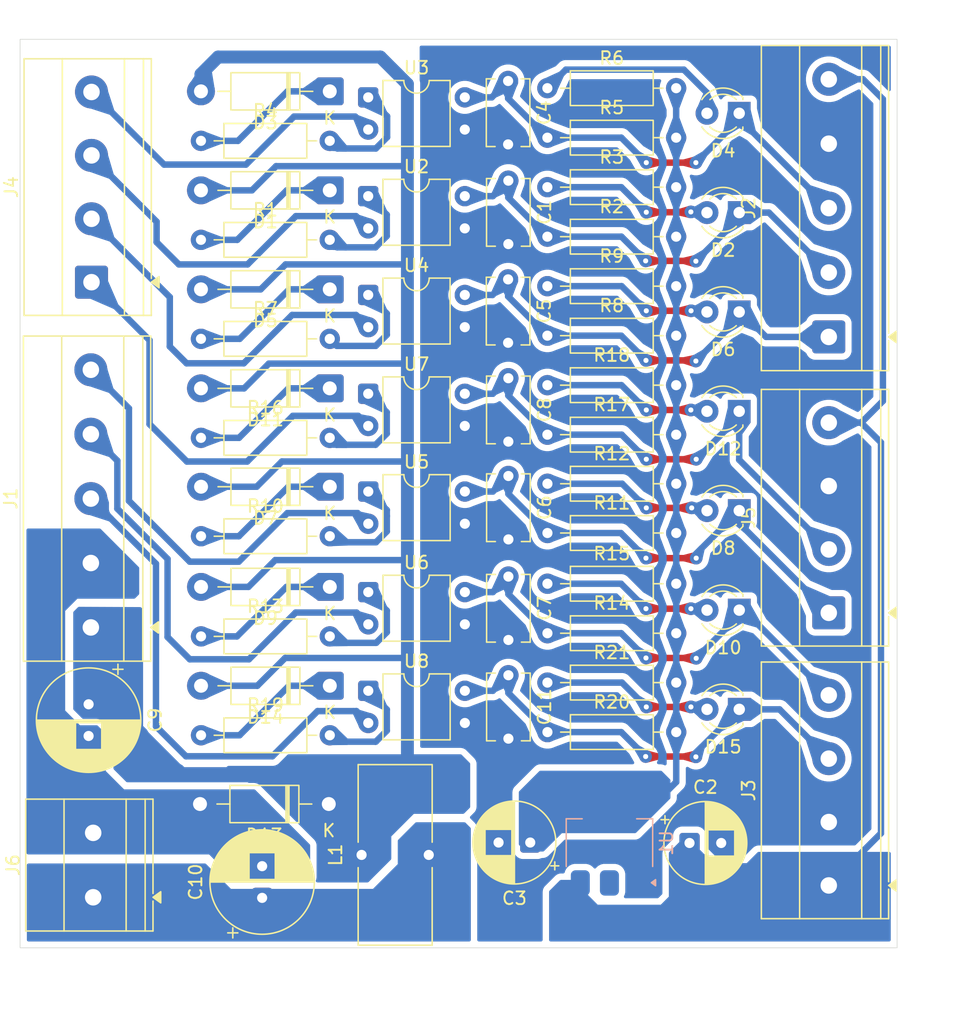
<source format=kicad_pcb>
(kicad_pcb (version 20241229) (generator "pcbnew") (generator_version "9.0")
  (layers (0 "F.Cu" signal) (2 "B.Cu" signal) (13 "F.Paste" user) (15 "B.Paste" user) (5 "F.SilkS" user "F.Silkscreen") (7 "B.SilkS" user "B.Silkscreen") (1 "F.Mask" user) (3 "B.Mask" user) (25 "Edge.Cuts" user))
  (net 0 "")
  (net 1 "ENC_B")
  (net 2 "GND")
  (net 3 "+5V")
  (net 4 "+3V3")
  (net 5 "ENC_A")
  (net 6 "ENC_I")
  (net 7 "SIGNAL_LEFT")
  (net 8 "ENGINE")
  (net 9 "HALL")
  (net 10 "12V_in")
  (net 11 "+12V")
  (net 12 "Net-(D1-K)")
  (net 13 "Net-(D2-A)")
  (net 14 "Net-(D3-K)")
  (net 15 "Net-(D4-A)")
  (net 16 "Net-(D5-K)")
  (net 17 "Net-(D6-A)")
  (net 18 "Net-(D7-K)")
  (net 19 "Net-(D8-A)")
  (net 20 "Net-(D9-K)")
  (net 21 "Net-(D10-A)")
  (net 22 "Net-(D11-K)")
  (net 23 "Net-(D12-A)")
  (net 24 "Net-(R1-Pad2)")
  (net 25 "Net-(R4-Pad2)")
  (net 26 "Net-(R7-Pad2)")
  (net 27 "Net-(R10-Pad2)")
  (net 28 "Net-(R13-Pad2)")
  (net 29 "Net-(R16-Pad2)")
  (net 30 "ENC_B_IN")
  (net 31 "ENC_A_IN")
  (net 32 "ENC_I_IN")
  (net 33 "SIGNAL_LEFT_IN")
  (net 34 "ENGINE_IN")
  (net 35 "HALL_IN")
  (net 36 "TEST")
  (net 37 "Net-(D14-K)")
  (net 38 "Net-(D15-A)")
  (net 39 "Net-(R19-Pad2)")
  (net 40 "TEST_IN")
  (footprint "TerminalBlock_Phoenix:TerminalBlock_Phoenix_MKDS-1,5-5-5.08_1x05_P5.08mm_Horizontal" (layer "F.Cu") (at 70.676878 74.338656 90)
    (property "Reference" "J1")
    (property "Value" "Encoder")
  )
  (footprint "Resistor_THT:R_Axial_DIN0207_L6.3mm_D2.5mm_P10.16mm_Horizontal" (layer "F.Cu") (at 106.694078 35.712856)
    (property "Reference" "R5")
    (property "Value" "10K")
  )
  (footprint "Resistor_THT:R_Axial_DIN0207_L6.3mm_D2.5mm_P10.16mm_Horizontal" (layer "F.Cu") (at 79.364078 43.770548)
    (property "Reference" "R1")
    (property "Value" "2K2")
  )
  (footprint "Resistor_THT:R_Axial_DIN0207_L6.3mm_D2.5mm_P10.16mm_Horizontal" (layer "F.Cu") (at 106.699278 70.8914)
    (property "Reference" "R15")
    (property "Value" "1K")
  )
  (footprint "Capacitor_THT:CP_Radial_D8.0mm_P2.50mm" (layer "F.Cu") (at 84.189678 95.666507 90)
    (property "Reference" "C10")
    (property "Value" "470uF")
  )
  (footprint "Resistor_THT:R_Axial_DIN0207_L6.3mm_D2.5mm_P10.16mm_Horizontal" (layer "F.Cu") (at 106.694078 31.80901)
    (property "Reference" "R6")
    (property "Value" "1K")
  )
  (footprint "LED_THT:LED_D3.0mm" (layer "F.Cu") (at 121.832478 65.126056 180)
    (property "Reference" "D8")
    (property "Value" "LED")
  )
  (footprint "Capacitor_THT:C_Disc_D5.1mm_W3.2mm_P5.00mm" (layer "F.Cu") (at 103.614078 39.104456 -90)
    (property "Reference" "C1")
    (property "Value" "C104")
  )
  (footprint "Diode_THT:D_DO-41_SOD81_P10.16mm_Horizontal" (layer "F.Cu") (at 89.524078 39.866702 180)
    (property "Reference" "D1")
    (property "Value" "1N4007")
  )
  (footprint "Resistor_THT:R_Axial_DIN0207_L6.3mm_D2.5mm_P10.16mm_Horizontal" (layer "F.Cu") (at 106.699278 82.592805)
    (property "Reference" "R20")
    (property "Value" "10K")
  )
  (footprint "Resistor_THT:R_Axial_DIN0207_L6.3mm_D2.5mm_P10.16mm_Horizontal" (layer "F.Cu") (at 106.699278 66.892056)
    (property "Reference" "R11")
    (property "Value" "10K")
  )
  (footprint "Diode_THT:D_DO-41_SOD81_P10.16mm_Horizontal" (layer "F.Cu") (at 89.447478 88.265456 180)
    (property "Reference" "D13")
    (property "Value" "1N4007")
  )
  (footprint "Capacitor_THT:C_Disc_D5.1mm_W3.2mm_P5.00mm" (layer "F.Cu") (at 103.614078 54.68401 -90)
    (property "Reference" "C8")
    (property "Value" "C104")
  )
  (footprint "Package_DIP:DIP-4_W7.62mm" (layer "F.Cu") (at 92.559078 32.53401)
    (property "Reference" "U3")
    (property "Value" "PC817")
  )
  (footprint "Resistor_THT:R_Axial_DIN0207_L6.3mm_D2.5mm_P10.16mm_Horizontal" (layer "F.Cu") (at 106.694078 39.616702)
    (property "Reference" "R3")
    (property "Value" "1K")
  )
  (footprint "TerminalBlock_Phoenix:TerminalBlock_Phoenix_MKDS-1,5-4_1x04_P5.00mm_Horizontal" (layer "F.Cu") (at 70.727678 47.109856 90)
    (property "Reference" "J4")
    (property "Value" "Fulse Sensor")
  )
  (footprint "Diode_THT:D_DO-41_SOD81_P10.16mm_Horizontal" (layer "F.Cu") (at 89.524078 32.05901 180)
    (property "Reference" "D3")
    (property "Value" "1N4007")
  )
  (footprint "Resistor_THT:R_Axial_DIN0207_L6.3mm_D2.5mm_P10.16mm_Horizontal" (layer "F.Cu") (at 79.369278 67.145364)
    (property "Reference" "R10")
    (property "Value" "2K2")
  )
  (footprint "LED_THT:LED_D3.0mm" (layer "F.Cu") (at 121.827278 57.289702 180)
    (property "Reference" "D12")
    (property "Value" "LED")
  )
  (footprint "Resistor_THT:R_Axial_DIN0207_L6.3mm_D2.5mm_P10.16mm_Horizontal" (layer "F.Cu") (at 106.694078 59.135933)
    (property "Reference" "R17")
    (property "Value" "10K")
  )
  (footprint "Resistor_THT:R_Axial_DIN0207_L6.3mm_D2.5mm_P10.16mm_Horizontal" (layer "F.Cu") (at 106.699278 78.688959)
    (property "Reference" "R21")
    (property "Value" "1K")
  )
  (footprint "LED_THT:LED_D3.0mm" (layer "F.Cu") (at 121.827278 49.456369 180)
    (property "Reference" "D6")
    (property "Value" "LED")
  )
  (footprint "Capacitor_THT:CP_Radial_D6.3mm_P2.50mm" (layer "F.Cu") (at 117.907499 91.338856)
    (property "Reference" "C2")
    (property "Value" "220uF")
  )
  (footprint "Resistor_THT:R_Axial_DIN0207_L6.3mm_D2.5mm_P10.16mm_Horizontal" (layer "F.Cu") (at 106.699978 63.005856)
    (property "Reference" "R12")
    (property "Value" "1K")
  )
  (footprint "Capacitor_THT:C_Disc_D5.1mm_W3.2mm_P5.00mm" (layer "F.Cu") (at 103.619278 78.10883 -90)
    (property "Reference" "C11")
    (property "Value" "C104")
  )
  (footprint "Resistor_THT:R_Axial_DIN0207_L6.3mm_D2.5mm_P10.16mm_Horizontal" (layer "F.Cu") (at 106.694078 51.328241)
    (property "Reference" "R8")
    (property "Value" "10K")
  )
  (footprint "Resistor_THT:R_Axial_DIN0207_L6.3mm_D2.5mm_P10.16mm_Horizontal" (layer "F.Cu") (at 79.364078 35.962856)
    (property "Reference" "R4")
    (property "Value" "2K2")
  )
  (footprint "Capacitor_THT:CP_Radial_D6.3mm_P2.50mm" (layer "F.Cu") (at 105.342358 91.301456 180)
    (property "Reference" "C3")
    (property "Value" "220uF")
  )
  (footprint "Diode_THT:D_DO-41_SOD81_P10.16mm_Horizontal" (layer "F.Cu") (at 89.524078 47.674395 180)
    (property "Reference" "D5")
    (property "Value" "1N4007")
  )
  (footprint "Capacitor_THT:CP_Radial_D8.0mm_P2.50mm" (layer "F.Cu") (at 70.499078 80.398456 -90)
    (property "Reference" "C9")
    (property "Value" "1000uF")
  )
  (footprint "Diode_THT:D_DO-41_SOD81_P10.16mm_Horizontal" (layer "F.Cu") (at 89.529278 78.938959 180)
    (property "Reference" "D14")
    (property "Value" "1N4007")
  )
  (footprint "Resistor_THT:R_Axial_DIN0207_L6.3mm_D2.5mm_P10.16mm_Horizontal" (layer "F.Cu") (at 106.694078 43.520548)
    (property "Reference" "R2")
    (property "Value" "10K")
  )
  (footprint "Resistor_THT:R_Axial_DIN0207_L6.3mm_D2.5mm_P10.16mm_Horizontal" (layer "F.Cu") (at 79.369278 75.045246)
    (property "Reference" "R13")
    (property "Value" "2K2")
  )
  (footprint "Package_DIP:DIP-4_W7.62mm" (layer "F.Cu") (at 92.559078 40.325677)
    (property "Reference" "U2")
    (property "Value" "PC817")
  )
  (footprint "Resistor_THT:R_Axial_DIN0207_L6.3mm_D2.5mm_P10.16mm_Horizontal" (layer "F.Cu") (at 106.699278 74.795246)
    (property "Reference" "R14")
    (property "Value" "10K")
  )
  (footprint "Diode_THT:D_DO-41_SOD81_P10.16mm_Horizontal" (layer "F.Cu") (at 89.529278 63.241518 180)
    (property "Reference" "D7")
    (property "Value" "1N4007")
  )
  (footprint "Capacitor_THT:C_Disc_D5.1mm_W3.2mm_P5.00mm" (layer "F.Cu") (at 103.619278 70.327298 -90)
    (property "Reference" "C7")
    (property "Value" "C104")
  )
  (footprint "Resistor_THT:R_Axial_DIN0207_L6.3mm_D2.5mm_P10.16mm_Horizontal" (layer "F.Cu") (at 79.364078 51.578241)
    (property "Reference" "R7")
    (property "Value" "2K2")
  )
  (footprint "Package_DIP:DIP-4_W7.62mm" (layer "F.Cu") (at 92.559078 48.117343)
    (property "Reference" "U4")
    (property "Value" "PC817")
  )
  (footprint "TerminalBlock_Phoenix:TerminalBlock_Phoenix_MKDS-1,5-4_1x04_P5.00mm_Horizontal" (layer "F.Cu") (at 128.894278 94.686656 90)
    (property "Reference" "J3")
    (property "Value" "Fulse Sensor")
  )
  (footprint "Resistor_THT:R_Axial_DIN0207_L6.3mm_D2.5mm_P10.16mm_Horizontal" (layer "F.Cu") (at 106.694078 47.424395)
    (property "Reference" "R9")
    (property "Value" "1K")
  )
  (footprint "Capacitor_THT:C_Disc_D5.1mm_W3.2mm_P5.00mm" (layer "F.Cu") (at 103.595278 31.242456 -90)
    (property "Reference" "C4")
    (property "Value" "C104")
  )
  (footprint "Resistor_THT:R_Axial_DIN0207_L6.3mm_D2.5mm_P10.16mm_Horizontal" (layer "F.Cu") (at 79.364078 59.385933)
    (property "Reference" "R16")
    (property "Value" "2K2")
  )
  (footprint "Capacitor_THT:C_Disc_D5.1mm_W3.2mm_P5.00mm" (layer "F.Cu") (at 103.595278 46.888856 -90)
    (property "Reference" "C5")
    (property "Value" "C104")
  )
  (footprint "Diode_THT:D_DO-41_SOD81_P10.16mm_Horizontal" (layer "F.Cu") (at 89.524078 55.482087 180)
    (property "Reference" "D11")
    (property "Value" "1N4007")
  )
  (footprint "Resistor_THT:R_Axial_DIN0207_L6.3mm_D2.5mm_P10.16mm_Horizontal" (layer "F.Cu") (at 106.694078 55.232087)
    (property "Reference" "R18")
    (property "Value" "1K")
  )
  (footprint "LED_THT:LED_D3.0mm" (layer "F.Cu") (at 121.827278 33.789702 180)
    (property "Reference" "D4")
    (property "Value" "LED")
  )
  (footprint "LED_THT:LED_D3.0mm" (layer "F.Cu") (at 121.827278 41.623035 180)
    (property "Reference" "D2")
    (property "Value" "LED")
  )
  (footprint "LED_THT:LED_D3.0mm" (layer "F.Cu") (at 121.832478 80.797856 180)
    (property "Reference" "D15")
    (property "Value" "LED")
  )
  (footprint "LED_THT:LED_D3.0mm" (layer "F.Cu") (at 121.832478 72.974656 180)
    (property "Reference" "D10")
    (property "Value" "LED")
  )
  (footprint "Inductor_THT:L_Toroid_Vertical_L14.0mm_W5.6mm_P5.30mm_Bourns_5700" (layer "F.Cu") (at 92.034878 92.278656 90)
    (property "Reference" "L1")
    (property "Value" "L")
  )
  (footprint "Package_DIP:DIP-4_W7.62mm" (layer "F.Cu") (at 92.564278 79.33383)
    (property "Reference" "U8")
    (property "Value" "PC817")
  )
  (footprint "TerminalBlock_Phoenix:TerminalBlock_Phoenix_MKDS-1,5-2-5.08_1x02_P5.08mm_Horizontal" (layer "F.Cu") (at 70.860578 95.619456 90)
    (property "Reference" "J6")
    (property "Value" "Screw_Terminal_01x02")
  )
  (footprint "Diode_THT:D_DO-41_SOD81_P10.16mm_Horizontal" (layer "F.Cu") (at 89.529278 71.1414 180)
    (property "Reference" "D9")
    (property "Value" "1N4007")
  )
  (footprint "Capacitor_THT:C_Disc_D5.1mm_W3.2mm_P5.00mm" (layer "F.Cu") (at 103.619278 62.395364 -90)
    (property "Reference" "C6")
    (property "Value" "C104")
  )
  (footprint "TerminalBlock_Phoenix:TerminalBlock_Phoenix_MKDS-1,5-4_1x04_P5.00mm_Horizontal" (layer "F.Cu") (at 128.894278 73.186656 90)
    (property "Reference" "J5")
    (property "Value" "Fulse Sensor 2")
  )
  (footprint "Package_DIP:DIP-4_W7.62mm" (layer "F.Cu") (at 92.564278 63.620364)
    (property "Reference" "U5")
    (property "Value" "PC817")
  )
  (footprint "Package_DIP:DIP-4_W7.62mm" (layer "F.Cu") (at 92.559078 55.90901)
    (property "Reference" "U7")
    (property "Value" "PC817")
  )
  (footprint "Package_DIP:DIP-4_W7.62mm" (layer "F.Cu") (at 92.564278 71.552298)
    (property "Reference" "U6")
    (property "Value" "PC817")
  )
  (footprint "TerminalBlock_Phoenix:TerminalBlock_Phoenix_MKDS-1,5-5-5.08_1x05_P5.08mm_Horizontal" (layer "F.Cu") (at 128.894278 51.426656 90)
    (property "Reference" "J2")
    (property "Value" "Encoder")
  )
  (footprint "Resistor_THT:R_Axial_DIN0207_L6.3mm_D2.5mm_P10.16mm_Horizontal" (layer "F.Cu") (at 79.369278 82.842805)
    (property "Reference" "R19")
    (property "Value" "2K2")
  )
  (footprint "Package_TO_SOT_SMD:SOT-223-3_TabPin2" (layer "B.Cu") (at 111.589878 91.338856 90)
    (property "Reference" "U1")
    (property "Value" "AMS1117-3.3")
  )
  (gr_rect (start 65.094778 27.953856) (end 134.284378 99.607256) (stroke (width 0.05)) (fill no) (layer "Edge.Cuts"))
  (segment (start 118.383978 45.429056) (end 118.409378 45.454456) (width 0.508) (layer "F.Cu") (net 1))
  (segment (start 114.446978 45.429056) (end 118.383978 45.429056) (width 0.508) (layer "F.Cu") (net 1))
  (via (at 118.409378 45.454456) (size 1) (drill 0.4) (layers "F.Cu" "B.Cu") (net 1))
  (via (at 114.446978 45.429056) (size 1) (drill 0.4) (layers "F.Cu" "B.Cu") (net 1))
  (segment (start 100.179078 40.325677) (end 102.392857 40.325677) (width 0.508) (layer "B.Cu") (net 1))
  (segment (start 103.614078 40.440548) (end 106.694078 43.520548) (width 0.508) (layer "B.Cu") (net 1))
  (segment (start 102.392857 40.325677) (end 103.614078 39.104456) (width 0.508) (layer "B.Cu") (net 1))
  (segment (start 118.409378 45.454456) (end 121.827278 42.036556) (width 0.508) (layer "B.Cu") (net 1))
  (segment (start 112.53847 43.520548) (end 114.446978 45.429056) (width 0.508) (layer "B.Cu") (net 1))
  (segment (start 103.614078 39.104456) (end 103.614078 40.440548) (width 0.508) (layer "B.Cu") (net 1))
  (segment (start 121.827278 42.036556) (end 121.827278 41.623035) (width 0.508) (layer "B.Cu") (net 1))
  (segment (start 106.694078 43.520548) (end 112.53847 43.520548) (width 0.508) (layer "B.Cu") (net 1))
  (segment (start 121.827278 41.623035) (end 124.170657 41.623035) (width 0.508) (layer "B.Cu") (net 1))
  (segment (start 124.170657 41.623035) (end 128.894278 46.346656) (width 0.508) (layer "B.Cu") (net 1))
  (segment (start 98.343378 42.863656) (end 98.343378 50.661456) (width 0.508) (layer "B.Cu") (net 2))
  (segment (start 121.982278 29.274656) (end 100.045178 29.274656) (width 0.508) (layer "B.Cu") (net 2))
  (segment (start 102.842358 91.301456) (end 102.842358 92.523836) (width 0.508) (layer "B.Cu") (net 2))
  (segment (start 98.843224 35.07401) (end 98.343378 35.573856) (width 0.508) (layer "B.Cu") (net 2))
  (segment (start 100.179078 42.865677) (end 102.375299 42.865677) (width 0.508) (layer "B.Cu") (net 2))
  (segment (start 69.721978 82.898456) (end 70.499078 82.898456) (width 0.508) (layer "B.Cu") (net 2))
  (segment (start 124.164378 89.686656) (end 128.894278 89.686656) (width 0.508) (layer "B.Cu") (net 2))
  (segment (start 67.863378 81.039856) (end 69.721978 82.898456) (width 0.508) (layer "B.Cu") (net 2))
  (segment (start 98.343378 80.03293) (end 100.184278 81.87383) (width 0.508) (layer "B.Cu") (net 2))
  (segment (start 100.045178 29.274656) (end 98.317978 31.001856) (width 0.508) (layer "B.Cu") (net 2))
  (segment (start 128.894278 63.186656) (end 131.743378 66.035756) (width 0.508) (layer "B.Cu") (net 2))
  (segment (start 100.184278 81.87383) (end 102.384278 81.87383) (width 0.508) (layer "B.Cu") (net 2))
  (segment (start 126.395778 89.686656) (end 128.894278 89.686656) (width 0.508) (layer "B.Cu") (net 2))
  (segment (start 102.842358 91.301456) (end 102.842358 83.88575) (width 0.508) (layer "B.Cu") (net 2))
  (segment (start 99.088132 35.07401) (end 100.179078 35.07401) (width 0.508) (layer "B.Cu") (net 2))
  (segment (start 113.561378 91.682456) (end 113.889878 92.010956) (width 0.508) (layer "B.Cu") (net 2))
  (segment (start 113.889878 94.488856) (end 113.889878 92.010956) (width 0.508) (layer "B.Cu") (net 2))
  (segment (start 102.384278 81.87383) (end 103.619278 83.10883) (width 0.508) (layer "B.Cu") (net 2))
  (segment (start 102.379078 58.44901) (end 103.614078 59.68401) (width 0.508) (layer "B.Cu") (net 2))
  (segment (start 98.348286 66.160364) (end 98.343378 66.155456) (width 0.508) (layer "B.Cu") (net 2))
  (segment (start 102.363765 50.657343) (end 103.595278 51.888856) (width 0.508) (layer "B.Cu") (net 2))
  (segment (start 100.184278 66.160364) (end 98.348286 66.160364) (width 0.508) (layer "B.Cu") (net 2))
  (segment (start 70.499078 82.898456) (end 70.499078 85.326556) (width 0.508) (layer "B.Cu") (net 2))
  (segment (start 98.343378 66.155456) (end 98.343378 74.105656) (width 0.508) (layer "B.Cu") (net 2))
  (segment (start 98.317978 31.001856) (end 98.317978 34.303856) (width 0.508) (layer "B.Cu") (net 2))
  (segment (start 102.842358 83.88575) (end 103.619278 83.10883) (width 0.508) (layer "B.Cu") (net 2))
  (segment (start 70.676878 69.258656) (end 67.863378 72.072156) (width 0.508) (layer "B.Cu") (net 2))
  (segment (start 113.889878 92.010956) (end 117.494978 88.405856) (width 0.508) (layer "B.Cu") (net 2))
  (segment (start 98.317978 34.303856) (end 99.088132 35.07401) (width 0.508) (layer "B.Cu") (net 2))
  (segment (start 100.184278 66.160364) (end 102.384278 66.160364) (width 0.508) (layer "B.Cu") (net 2))
  (segment (start 98.343378 74.105656) (end 98.343378 80.03293) (width 0.508) (layer "B.Cu") (net 2))
  (segment (start 98.343378 58.459256) (end 98.343378 66.155456) (width 0.508) (layer "B.Cu") (net 2))
  (segment (start 106.268178 93.333456) (end 107.919178 91.682456) (width 0.508) (layer "B.Cu") (net 2))
  (segment (start 84.188529 93.166507) (end 84.189678 93.166507) (width 0.508) (layer "B.Cu") (net 2))
  (segment (start 70.499078 85.326556) (end 73.437978 88.265456) (width 0.508) (layer "B.Cu") (net 2))
  (segment (start 100.179078 35.07401) (end 102.426832 35.07401) (width 0.508) (layer "B.Cu") (net 2))
  (segment (start 98.347491 50.657343) (end 98.343378 50.661456) (width 0.508) (layer "B.Cu") (net 2))
  (segment (start 100.179078 58.44901) (end 98.353624 58.44901) (width 0.508) (layer "B.Cu") (net 2))
  (segment (start 70.860578 90.539456) (end 70.860578 83.259956) (width 0.508) (layer "B.Cu") (net 2))
  (segment (start 102.426832 35.07401) (end 103.595278 36.242456) (width 0.508) (layer "B.Cu") (net 2))
  (segment (start 100.179078 42.865677) (end 98.345399 42.865677) (width 0.508) (layer "B.Cu") (net 2))
  (segment (start 100.179078 58.44901) (end 102.379078 58.44901) (width 0.508) (layer "B.Cu") (net 2))
  (segment (start 73.437978 88.265456) (end 79.287478 88.265456) (width 0.508) (layer "B.Cu") (net 2))
  (segment (start 102.384278 66.160364) (end 103.619278 67.395364) (width 0.508) (layer "B.Cu") (net 2))
  (segment (start 98.343378 35.573856) (end 98.343378 42.863656) (width 0.508) (layer "B.Cu") (net 2))
  (segment (start 102.375299 42.865677) (end 103.614078 44.104456) (width 0.508) (layer "B.Cu") (net 2))
  (segment (start 98.353624 58.44901) (end 98.343378 58.459256) (width 0.508) (layer "B.Cu") (net 2))
  (segment (start 131.743378 86.837556) (end 128.894278 89.686656) (width 0.508) (layer "B.Cu") (net 2))
  (segment (start 100.184278 74.092298) (end 98.356736 74.092298) (width 0.508) (layer "B.Cu") (net 2))
  (segment (start 103.651978 93.333456) (end 106.268178 93.333456) (width 0.508) (layer "B.Cu") (net 2))
  (segment (start 117.494978 88.405856) (end 125.114978 88.405856) (width 0.508) (layer "B.Cu") (net 2))
  (segment (start 120.407499 91.338856) (end 122.512178 91.338856) (width 0.508) (layer "B.Cu") (net 2))
  (segment (start 122.512178 91.338856) (end 124.164378 89.686656) (width 0.508) (layer "B.Cu") (net 2))
  (segment (start 70.860578 83.259956) (end 70.499078 82.898456) (width 0.508) (layer "B.Cu") (net 2))
  (segment (start 67.863378 72.072156) (end 67.863378 81.039856) (width 0.508) (layer "B.Cu") (net 2))
  (segment (start 102.842358 92.523836) (end 103.651978 93.333456) (width 0.508) (layer "B.Cu") (net 2))
  (segment (start 100.179078 50.657343) (end 98.347491 50.657343) (width 0.508) (layer "B.Cu") (net 2))
  (segment (start 100.179078 35.07401) (end 98.843224 35.07401) (width 0.508) (layer "B.Cu") (net 2))
  (segment (start 79.287478 88.265456) (end 84.188529 93.166507) (width 0.508) (layer "B.Cu") (net 2))
  (segment (start 100.179078 50.657343) (end 102.363765 50.657343) (width 0.508) (layer "B.Cu") (net 2))
  (segment (start 128.894278 36.186656) (end 121.982278 29.274656) (width 0.508) (layer "B.Cu") (net 2))
  (segment (start 107.919178 91.682456) (end 113.561378 91.682456) (width 0.508) (layer "B.Cu") (net 2))
  (segment (start 125.114978 88.405856) (end 126.395778 89.686656) (width 0.508) (layer "B.Cu") (net 2))
  (segment (start 98.343378 50.661456) (end 98.343378 58.459256) (width 0.508) (layer "B.Cu") (net 2))
  (segment (start 100.184278 74.092298) (end 102.384278 74.092298) (width 0.508) (layer "B.Cu") (net 2))
  (segment (start 98.345399 42.865677) (end 98.343378 42.863656) (width 0.508) (layer "B.Cu") (net 2))
  (segment (start 98.356736 74.092298) (end 98.343378 74.105656) (width 0.508) (layer "B.Cu") (net 2))
  (segment (start 131.743378 66.035756) (end 131.743378 86.837556) (width 0.508) (layer "B.Cu") (net 2))
  (segment (start 102.384278 74.092298) (end 103.619278 75.327298) (width 0.508) (layer "B.Cu") (net 2))
  (segment (start 133.014378 59.754656) (end 133.014378 90.566556) (width 0.508) (layer "B.Cu") (net 3))
  (segment (start 131.446378 58.186656) (end 133.014378 59.754656) (width 0.508) (layer "B.Cu") (net 3))
  (segment (start 128.894278 31.106656) (end 131.595178 31.106656) (width 0.508) (layer "B.Cu") (net 3))
  (segment (start 109.289878 94.488856) (end 109.289878 96.228156) (width 0.508) (layer "B.Cu") (net 3))
  (segment (start 117.187578 96.940256) (end 117.977578 96.150256) (width 0.508) (layer "B.Cu") (net 3))
  (segment (start 133.014378 90.566556) (end 128.894278 94.686656) (width 0.508) (layer "B.Cu") (net 3))
  (segment (start 127.097878 96.483056) (end 128.894278 94.686656) (width 0.508) (layer "B.Cu") (net 3))
  (segment (start 117.977578 96.150256) (end 118.310378 96.483056) (width 0.508) (layer "B.Cu") (net 3))
  (segment (start 118.310378 96.483056) (end 127.097878 96.483056) (width 0.508) (layer "B.Cu") (net 3))
  (segment (start 131.458178 58.186656) (end 128.894278 58.186656) (width 0.508) (layer "B.Cu") (net 3))
  (segment (start 117.907499 96.080177) (end 117.977578 96.150256) (width 0.508) (layer "B.Cu") (net 3))
  (segment (start 117.907499 91.338856) (end 117.907499 96.080177) (width 0.508) (layer "B.Cu") (net 3))
  (segment (start 110.001978 96.940256) (end 117.187578 96.940256) (width 0.508) (layer "B.Cu") (net 3))
  (segment (start 133.166778 56.478056) (end 131.458178 58.186656) (width 0.508) (layer "B.Cu") (net 3))
  (segment (start 133.166778 32.678256) (end 133.166778 56.478056) (width 0.508) (layer "B.Cu") (net 3))
  (segment (start 128.894278 58.186656) (end 131.446378 58.186656) (width 0.508) (layer "B.Cu") (net 3))
  (segment (start 131.595178 31.106656) (end 133.166778 32.678256) (width 0.508) (layer "B.Cu") (net 3))
  (segment (start 109.289878 96.228156) (end 110.001978 96.940256) (width 0.508) (layer "B.Cu") (net 3))
  (segment (start 116.859278 70.8914) (end 116.859278 74.795246) (width 0.508) (layer "B.Cu") (net 4))
  (segment (start 105.342358 91.301456) (end 105.342358 89.788876) (width 0.508) (layer "B.Cu") (net 4))
  (segment (start 116.854078 51.328241) (end 116.854078 55.232087) (width 0.508) (layer "B.Cu") (net 4))
  (segment (start 116.859278 82.592805) (end 116.859278 86.526956) (width 0.508) (layer "B.Cu") (net 4))
  (segment (start 116.859278 66.892056) (end 116.859278 70.8914) (width 0.508) (layer "B.Cu") (net 4))
  (segment (start 116.854078 31.80901) (end 116.854078 35.712856) (width 0.508) (layer "B.Cu") (net 4))
  (segment (start 116.859978 66.891356) (end 116.859278 66.892056) (width 0.508) (layer "B.Cu") (net 4))
  (segment (start 116.859278 86.526956) (end 115.197378 88.188856) (width 0.508) (layer "B.Cu") (net 4))
  (segment (start 116.859978 63.005856) (end 116.859978 66.891356) (width 0.508) (layer "B.Cu") (net 4))
  (segment (start 116.854078 62.999956) (end 116.859978 63.005856) (width 0.508) (layer "B.Cu") (net 4))
  (segment (start 116.854078 47.424395) (end 116.854078 51.328241) (width 0.508) (layer "B.Cu") (net 4))
  (segment (start 116.854078 55.232087) (end 116.854078 59.135933) (width 0.508) (layer "B.Cu") (net 4))
  (segment (start 116.859278 74.795246) (end 116.859278 78.688959) (width 0.508) (layer "B.Cu") (net 4))
  (segment (start 116.854078 35.712856) (end 116.854078 39.616702) (width 0.508) (layer "B.Cu") (net 4))
  (segment (start 116.854078 39.616702) (end 116.854078 43.520548) (width 0.508) (layer "B.Cu") (net 4))
  (segment (start 115.197378 88.188856) (end 111.589878 88.188856) (width 0.508) (layer "B.Cu") (net 4))
  (segment (start 116.854078 59.135933) (end 116.854078 62.999956) (width 0.508) (layer "B.Cu") (net 4))
  (segment (start 116.854078 43.520548) (end 116.854078 47.424395) (width 0.508) (layer "B.Cu") (net 4))
  (segment (start 116.859278 78.688959) (end 116.859278 82.592805) (width 0.508) (layer "B.Cu") (net 4))
  (segment (start 105.342358 89.788876) (end 106.942378 88.188856) (width 0.508) (layer "B.Cu") (net 4))
  (segment (start 106.942378 88.188856) (end 111.589878 88.188856) (width 0.508) (layer "B.Cu") (net 4))
  (segment (start 118.409378 37.682056) (end 114.497778 37.682056) (width 0.508) (layer "F.Cu") (net 5))
  (via (at 118.409378 37.682056) (size 1) (drill 0.4) (layers "F.Cu" "B.Cu") (net 5))
  (via (at 114.497778 37.682056) (size 1) (drill 0.4) (layers "F.Cu" "B.Cu") (net 5))
  (segment (start 112.528578 35.712856) (end 114.497778 37.682056) (width 0.508) (layer "B.Cu") (net 5))
  (segment (start 118.409378 37.682056) (end 121.827278 34.264156) (width 0.508) (layer "B.Cu") (net 5))
  (segment (start 121.827278 34.199656) (end 128.894278 41.266656) (width 0.508) (layer "B.Cu") (net 5))
  (segment (start 100.179078 32.53401) (end 102.303724 32.53401) (width 0.508) (layer "B.Cu") (net 5))
  (segment (start 103.595278 31.242456) (end 103.595278 32.614056) (width 0.508) (layer "B.Cu") (net 5))
  (segment (start 103.595278 32.614056) (end 106.694078 35.712856) (width 0.508) (layer "B.Cu") (net 5))
  (segment (start 121.827278 33.789702) (end 121.827278 34.199656) (width 0.508) (layer "B.Cu") (net 5))
  (segment (start 121.827278 34.264156) (end 121.827278 33.789702) (width 0.508) (layer "B.Cu") (net 5))
  (segment (start 102.303724 32.53401) (end 103.595278 31.242456) (width 0.508) (layer "B.Cu") (net 5))
  (segment (start 106.694078 35.712856) (end 112.528578 35.712856) (width 0.508) (layer "B.Cu") (net 5))
  (segment (start 114.472378 53.277656) (end 118.358578 53.277656) (width 0.508) (layer "F.Cu") (net 6))
  (segment (start 118.358578 53.277656) (end 118.409378 53.328456) (width 0.508) (layer "F.Cu") (net 6))
  (via (at 118.409378 53.328456) (size 1) (drill 0.4) (layers "F.Cu" "B.Cu") (net 6))
  (via (at 114.472378 53.277656) (size 1) (drill 0.4) (layers "F.Cu" "B.Cu") (net 6))
  (segment (start 102.366791 48.117343) (end 103.595278 46.888856) (width 0.508) (layer "B.Cu") (net 6))
  (segment (start 100.179078 48.117343) (end 102.366791 48.117343) (width 0.508) (layer "B.Cu") (net 6))
  (segment (start 118.409378 53.328456) (end 121.827278 49.910556) (width 0.508) (layer "B.Cu") (net 6))
  (segment (start 112.522963 51.328241) (end 114.472378 53.277656) (width 0.508) (layer "B.Cu") (net 6))
  (segment (start 121.827278 49.456369) (end 121.976665 49.456369) (width 0.508) (layer "B.Cu") (net 6))
  (segment (start 121.827278 49.910556) (end 121.827278 49.456369) (width 0.508) (layer "B.Cu") (net 6))
  (segment (start 121.976665 49.456369) (end 123.946952 51.426656) (width 0.508) (layer "B.Cu") (net 6))
  (segment (start 103.595278 46.888856) (end 103.595278 48.229441) (width 0.508) (layer "B.Cu") (net 6))
  (segment (start 123.946952 51.426656) (end 128.894278 51.426656) (width 0.508) (layer "B.Cu") (net 6))
  (segment (start 103.595278 48.229441) (end 106.694078 51.328241) (width 0.508) (layer "B.Cu") (net 6))
  (segment (start 106.694078 51.328241) (end 112.522963 51.328241) (width 0.508) (layer "B.Cu") (net 6))
  (segment (start 114.472378 68.873256) (end 118.434778 68.873256) (width 0.508) (layer "F.Cu") (net 7))
  (via (at 114.472378 68.873256) (size 1) (drill 0.4) (layers "F.Cu" "B.Cu") (net 7))
  (via (at 118.434778 68.873256) (size 1) (drill 0.4) (layers "F.Cu" "B.Cu") (net 7))
  (segment (start 106.699278 66.892056) (end 112.491178 66.892056) (width 0.508) (layer "B.Cu") (net 7))
  (segment (start 121.832478 66.124856) (end 128.894278 73.186656) (width 0.508) (layer "B.Cu") (net 7))
  (segment (start 118.434778 68.523756) (end 121.832478 65.126056) (width 0.508) (layer "B.Cu") (net 7))
  (segment (start 103.619278 63.812056) (end 106.699278 66.892056) (width 0.508) (layer "B.Cu") (net 7))
  (segment (start 103.619278 62.395364) (end 103.619278 63.812056) (width 0.508) (layer "B.Cu") (net 7))
  (segment (start 112.491178 66.892056) (end 114.472378 68.873256) (width 0.508) (layer "B.Cu") (net 7))
  (segment (start 121.832478 65.126056) (end 121.832478 66.124856) (width 0.508) (layer "B.Cu") (net 7))
  (segment (start 102.394278 63.620364) (end 103.619278 62.395364) (width 0.508) (layer "B.Cu") (net 7))
  (segment (start 118.434778 68.873256) (end 118.434778 68.523756) (width 0.508) (layer "B.Cu") (net 7))
  (segment (start 100.184278 63.620364) (end 102.394278 63.620364) (width 0.508) (layer "B.Cu") (net 7))
  (segment (start 114.472378 76.747256) (end 118.409378 76.747256) (width 0.508) (layer "F.Cu") (net 8))
  (segment (start 118.409378 76.747256) (end 118.434778 76.772656) (width 0.508) (layer "F.Cu") (net 8))
  (via (at 114.472378 76.747256) (size 1) (drill 0.4) (layers "F.Cu" "B.Cu") (net 8))
  (via (at 118.434778 76.772656) (size 1) (drill 0.4) (layers "F.Cu" "B.Cu") (net 8))
  (segment (start 122.182278 72.974656) (end 128.894278 79.686656) (width 0.508) (layer "B.Cu") (net 8))
  (segment (start 118.434778 76.772656) (end 121.832478 73.374956) (width 0.508) (layer "B.Cu") (net 8))
  (segment (start 121.832478 73.374956) (end 121.832478 72.974656) (width 0.508) (layer "B.Cu") (net 8))
  (segment (start 102.394278 71.552298) (end 103.619278 70.327298) (width 0.508) (layer "B.Cu") (net 8))
  (segment (start 100.184278 71.552298) (end 102.394278 71.552298) (width 0.508) (layer "B.Cu") (net 8))
  (segment (start 112.520368 74.795246) (end 114.472378 76.747256) (width 0.508) (layer "B.Cu") (net 8))
  (segment (start 106.699278 74.795246) (end 112.520368 74.795246) (width 0.508) (layer "B.Cu") (net 8))
  (segment (start 103.619278 71.715246) (end 106.699278 74.795246) (width 0.508) (layer "B.Cu") (net 8))
  (segment (start 121.832478 72.974656) (end 122.182278 72.974656) (width 0.508) (layer "B.Cu") (net 8))
  (segment (start 103.619278 70.327298) (end 103.619278 71.715246) (width 0.508) (layer "B.Cu") (net 8))
  (segment (start 114.497778 61.075456) (end 118.434778 61.075456) (width 0.508) (layer "F.Cu") (net 9))
  (via (at 114.497778 61.075456) (size 1) (drill 0.4) (layers "F.Cu" "B.Cu") (net 9))
  (via (at 118.434778 61.075456) (size 1) (drill 0.4) (layers "F.Cu" "B.Cu") (net 9))
  (segment (start 121.827278 61.119656) (end 128.894278 68.186656) (width 0.508) (layer "B.Cu") (net 9))
  (segment (start 100.179078 55.90901) (end 102.389078 55.90901) (width 0.508) (layer "B.Cu") (net 9))
  (segment (start 121.827278 57.708356) (end 121.827278 57.289702) (width 0.508) (layer "B.Cu") (net 9))
  (segment (start 121.827278 57.289702) (end 121.827278 61.119656) (width 0.508) (layer "B.Cu") (net 9))
  (segment (start 118.434778 61.075456) (end 118.460178 61.075456) (width 0.508) (layer "B.Cu") (net 9))
  (segment (start 103.614078 56.055933) (end 106.694078 59.135933) (width 0.508) (layer "B.Cu") (net 9))
  (segment (start 106.694078 59.135933) (end 112.558255 59.135933) (width 0.508) (layer "B.Cu") (net 9))
  (segment (start 112.558255 59.135933) (end 114.497778 61.075456) (width 0.508) (layer "B.Cu") (net 9))
  (segment (start 118.460178 61.075456) (end 121.827278 57.708356) (width 0.508) (layer "B.Cu") (net 9))
  (segment (start 102.389078 55.90901) (end 103.614078 54.68401) (width 0.508) (layer "B.Cu") (net 9))
  (segment (start 103.614078 54.68401) (end 103.614078 56.055933) (width 0.508) (layer "B.Cu") (net 9))
  (segment (start 70.907629 95.666507) (end 70.860578 95.619456) (width 0.508) (layer "B.Cu") (net 10))
  (segment (start 93.947027 95.666507) (end 84.189678 95.666507) (width 0.508) (layer "B.Cu") (net 10))
  (segment (start 84.189678 95.666507) (end 70.907629 95.666507) (width 0.508) (layer "B.Cu") (net 10))
  (segment (start 97.334878 92.278656) (end 93.947027 95.666507) (width 0.508) (layer "B.Cu") (net 10))
  (segment (start 70.499078 80.398456) (end 71.895578 80.398456) (width 0.508) (layer "B.Cu") (net 11))
  (segment (start 79.364078 55.482087) (end 82.767913 55.482087) (width 0.508) (layer "B.Cu") (net 11))
  (segment (start 95.650978 45.708456) (end 95.650978 53.531656) (width 1.016) (layer "B.Cu") (net 11))
  (segment (start 71.895578 80.398456) (end 77.667778 86.170656) (width 0.508) (layer "B.Cu") (net 11))
  (segment (start 83.383298 39.866702) (end 85.288544 37.961456) (width 0.508) (layer "B.Cu") (net 11))
  (segment (start 79.369278 78.938959) (end 83.811041 78.938959) (width 0.508) (layer "B.Cu") (net 11))
  (segment (start 86.041544 45.708456) (end 95.650978 45.708456) (width 0.508) (layer "B.Cu") (net 11))
  (segment (start 80.715778 29.350856) (end 93.517378 29.350856) (width 1.016) (layer "B.Cu") (net 11))
  (segment (start 95.650978 31.484456) (end 95.650978 37.961456) (width 1.016) (layer "B.Cu") (net 11))
  (segment (start 85.288544 37.961456) (end 95.650978 37.961456) (width 0.508) (layer "B.Cu") (net 11))
  (segment (start 83.811041 78.938959) (end 86.002744 76.747256) (width 0.508) (layer "B.Cu") (net 11))
  (segment (start 83.1086 71.1414) (end 85.224344 69.025656) (width 0.508) (layer "B.Cu") (net 11))
  (segment (start 79.364078 39.866702) (end 83.383298 39.866702) (width 0.508) (layer "B.Cu") (net 11))
  (segment (start 79.369278 71.1414) (end 83.1086 71.1414) (width 0.508) (layer "B.Cu") (net 11))
  (segment (start 95.650978 69.025656) (end 95.650978 76.747256) (width 1.016) (layer "B.Cu") (net 11))
  (segment (start 89.447478 88.265456) (end 89.447478 89.691256) (width 0.508) (layer "B.Cu") (net 11))
  (segment (start 79.364078 32.05901) (end 79.364078 30.702556) (width 1.016) (layer "B.Cu") (net 11))
  (segment (start 95.650978 76.747256) (end 95.650978 85.789656) (width 1.016) (layer "B.Cu") (net 11))
  (segment (start 70.676878 74.338656) (end 70.676878 80.220656) (width 0.508) (layer "B.Cu") (net 11))
  (segment (start 95.650978 85.789656) (end 93.175178 88.265456) (width 1.016) (layer "B.Cu") (net 11))
  (segment (start 95.650978 53.531656) (end 95.650978 61.253256) (width 1.016) (layer "B.Cu") (net 11))
  (segment (start 93.517378 29.350856) (end 95.650978 31.484456) (width 1.016) (layer "B.Cu") (net 11))
  (segment (start 70.676878 80.220656) (end 70.499078 80.398456) (width 0.508) (layer "B.Cu") (net 11))
  (segment (start 84.075605 47.674395) (end 86.041544 45.708456) (width 0.508) (layer "B.Cu") (net 11))
  (segment (start 89.447478 89.691256) (end 92.034878 92.278656) (width 0.508) (layer "B.Cu") (net 11))
  (segment (start 95.650978 61.253256) (end 95.650978 69.025656) (width 1.016) (layer "B.Cu") (net 11))
  (segment (start 83.758482 63.241518) (end 85.746744 61.253256) (width 0.508) (layer "B.Cu") (net 11))
  (segment (start 85.746744 61.253256) (end 95.650978 61.253256) (width 0.508) (layer "B.Cu") (net 11))
  (segment (start 87.352678 86.170656) (end 89.447478 88.265456) (width 0.508) (layer "B.Cu") (net 11))
  (segment (start 79.364078 47.674395) (end 84.075605 47.674395) (width 0.508) (layer "B.Cu") (net 11))
  (segment (start 77.667778 86.170656) (end 87.352678 86.170656) (width 0.508) (layer "B.Cu") (net 11))
  (segment (start 79.369278 63.241518) (end 83.758482 63.241518) (width 0.508) (layer "B.Cu") (net 11))
  (segment (start 95.650978 37.961456) (end 95.650978 45.708456) (width 1.016) (layer "B.Cu") (net 11))
  (segment (start 93.175178 88.265456) (end 89.447478 88.265456) (width 1.016) (layer "B.Cu") (net 11))
  (segment (start 85.224344 69.025656) (end 95.650978 69.025656) (width 0.508) (layer "B.Cu") (net 11))
  (segment (start 84.718344 53.531656) (end 95.650978 53.531656) (width 0.508) (layer "B.Cu") (net 11))
  (segment (start 79.364078 30.702556) (end 80.715778 29.350856) (width 1.016) (layer "B.Cu") (net 11))
  (segment (start 86.002744 76.747256) (end 95.650978 76.747256) (width 0.508) (layer "B.Cu") (net 11))
  (segment (start 82.767913 55.482087) (end 84.718344 53.531656) (width 0.508) (layer "B.Cu") (net 11))
  (segment (start 89.524078 39.866702) (end 86.133298 39.866702) (width 0.508) (layer "B.Cu") (net 12))
  (segment (start 86.133298 39.866702) (end 82.229452 43.770548) (width 0.508) (layer "B.Cu") (net 12))
  (segment (start 82.229452 43.770548) (end 79.364078 43.770548) (width 0.508) (layer "B.Cu") (net 12))
  (segment (start 117.989078 41.593656) (end 118.014478 41.568256) (width 0.508) (layer "F.Cu") (net 13))
  (segment (start 114.497778 41.593656) (end 117.989078 41.593656) (width 0.508) (layer "F.Cu") (net 13))
  (via (at 114.497778 41.593656) (size 1) (drill 0.4) (layers "F.Cu" "B.Cu") (net 13))
  (via (at 118.014478 41.568256) (size 1) (drill 0.4) (layers "F.Cu" "B.Cu") (net 13))
  (segment (start 112.520824 39.616702) (end 114.497778 41.593656) (width 0.508) (layer "B.Cu") (net 13))
  (segment (start 106.694078 39.616702) (end 112.520824 39.616702) (width 0.508) (layer "B.Cu") (net 13))
  (segment (start 119.232499 41.568256) (end 119.287278 41.623035) (width 0.508) (layer "B.Cu") (net 13))
  (segment (start 118.014478 41.568256) (end 119.232499 41.568256) (width 0.508) (layer "B.Cu") (net 13))
  (segment (start 82.287144 35.962856) (end 79.364078 35.962856) (width 0.508) (layer "B.Cu") (net 14))
  (segment (start 86.19099 32.05901) (end 82.287144 35.962856) (width 0.508) (layer "B.Cu") (net 14))
  (segment (start 89.524078 32.05901) (end 86.19099 32.05901) (width 0.508) (layer "B.Cu") (net 14))
  (segment (start 108.155478 30.34761) (end 117.45941 30.34761) (width 0.508) (layer "B.Cu") (net 15))
  (segment (start 106.694078 31.80901) (end 108.155478 30.34761) (width 0.508) (layer "B.Cu") (net 15))
  (segment (start 117.45941 30.34761) (end 119.287278 32.175478) (width 0.508) (layer "B.Cu") (net 15))
  (segment (start 119.287278 32.175478) (end 119.287278 33.789702) (width 0.508) (layer "B.Cu") (net 15))
  (segment (start 82.421759 51.578241) (end 79.364078 51.578241) (width 0.508) (layer "B.Cu") (net 16))
  (segment (start 89.524078 47.674395) (end 86.325605 47.674395) (width 0.508) (layer "B.Cu") (net 16))
  (segment (start 86.325605 47.674395) (end 82.421759 51.578241) (width 0.508) (layer "B.Cu") (net 16))
  (segment (start 114.497778 49.366056) (end 118.028378 49.366056) (width 0.508) (layer "F.Cu") (net 17))
  (via (at 118.028378 49.366056) (size 1) (drill 0.4) (layers "F.Cu" "B.Cu") (net 17))
  (via (at 114.497778 49.366056) (size 1) (drill 0.4) (layers "F.Cu" "B.Cu") (net 17))
  (segment (start 112.556117 47.424395) (end 114.497778 49.366056) (width 0.508) (layer "B.Cu") (net 17))
  (segment (start 118.028378 49.366056) (end 119.196965 49.366056) (width 0.508) (layer "B.Cu") (net 17))
  (segment (start 119.196965 49.366056) (end 119.287278 49.456369) (width 0.508) (layer "B.Cu") (net 17))
  (segment (start 106.694078 47.424395) (end 112.556117 47.424395) (width 0.508) (layer "B.Cu") (net 17))
  (segment (start 86.258482 63.241518) (end 82.354636 67.145364) (width 0.508) (layer "B.Cu") (net 18))
  (segment (start 82.354636 67.145364) (end 79.369278 67.145364) (width 0.508) (layer "B.Cu") (net 18))
  (segment (start 89.529278 63.241518) (end 86.258482 63.241518) (width 0.508) (layer "B.Cu") (net 18))
  (segment (start 114.497778 64.910856) (end 118.079178 64.910856) (width 0.508) (layer "F.Cu") (net 19))
  (via (at 118.079178 64.910856) (size 1) (drill 0.4) (layers "F.Cu" "B.Cu") (net 19))
  (via (at 114.497778 64.910856) (size 1) (drill 0.4) (layers "F.Cu" "B.Cu") (net 19))
  (segment (start 112.592778 63.005856) (end 114.497778 64.910856) (width 0.508) (layer "B.Cu") (net 19))
  (segment (start 118.079178 64.910856) (end 119.077278 64.910856) (width 0.508) (layer "B.Cu") (net 19))
  (segment (start 119.077278 64.910856) (end 119.292478 65.126056) (width 0.508) (layer "B.Cu") (net 19))
  (segment (start 106.699978 63.005856) (end 112.592778 63.005856) (width 0.508) (layer "B.Cu") (net 19))
  (segment (start 86.1086 71.1414) (end 82.204754 75.045246) (width 0.508) (layer "B.Cu") (net 20))
  (segment (start 89.529278 71.1414) (end 86.1086 71.1414) (width 0.508) (layer "B.Cu") (net 20))
  (segment (start 82.204754 75.045246) (end 79.369278 75.045246) (width 0.508) (layer "B.Cu") (net 20))
  (segment (start 114.472378 72.861056) (end 118.019678 72.861056) (width 0.508) (layer "F.Cu") (net 21))
  (via (at 114.472378 72.861056) (size 1) (drill 0.4) (layers "F.Cu" "B.Cu") (net 21))
  (via (at 118.019678 72.861056) (size 1) (drill 0.4) (layers "F.Cu" "B.Cu") (net 21))
  (segment (start 106.699278 70.8914) (end 112.502722 70.8914) (width 0.508) (layer "B.Cu") (net 21))
  (segment (start 119.178878 72.861056) (end 119.292478 72.974656) (width 0.508) (layer "B.Cu") (net 21))
  (segment (start 112.502722 70.8914) (end 114.472378 72.861056) (width 0.508) (layer "B.Cu") (net 21))
  (segment (start 118.019678 72.861056) (end 119.178878 72.861056) (width 0.508) (layer "B.Cu") (net 21))
  (segment (start 86.267913 55.482087) (end 82.364067 59.385933) (width 0.508) (layer "B.Cu") (net 22))
  (segment (start 89.524078 55.482087) (end 86.267913 55.482087) (width 0.508) (layer "B.Cu") (net 22))
  (segment (start 82.364067 59.385933) (end 79.364078 59.385933) (width 0.508) (layer "B.Cu") (net 22))
  (segment (start 114.497778 57.189256) (end 118.014478 57.189256) (width 0.508) (layer "F.Cu") (net 23))
  (via (at 118.014478 57.189256) (size 1) (drill 0.4) (layers "F.Cu" "B.Cu") (net 23))
  (via (at 114.497778 57.189256) (size 1) (drill 0.4) (layers "F.Cu" "B.Cu") (net 23))
  (segment (start 112.540609 55.232087) (end 114.497778 57.189256) (width 0.508) (layer "B.Cu") (net 23))
  (segment (start 106.694078 55.232087) (end 112.540609 55.232087) (width 0.508) (layer "B.Cu") (net 23))
  (segment (start 119.186832 57.189256) (end 119.287278 57.289702) (width 0.508) (layer "B.Cu") (net 23))
  (segment (start 118.014478 57.189256) (end 119.186832 57.189256) (width 0.508) (layer "B.Cu") (net 23))
  (segment (start 94.020478 43.471009) (end 94.020478 41.787077) (width 0.508) (layer "B.Cu") (net 24))
  (segment (start 93.129231 44.362256) (end 94.020478 43.471009) (width 0.508) (layer "B.Cu") (net 24))
  (segment (start 90.115786 44.362256) (end 93.129231 44.362256) (width 0.508) (layer "B.Cu") (net 24))
  (segment (start 94.020478 41.787077) (end 92.559078 40.325677) (width 0.508) (layer "B.Cu") (net 24))
  (segment (start 89.524078 43.770548) (end 90.115786 44.362256) (width 0.508) (layer "B.Cu") (net 24))
  (segment (start 89.524078 35.962856) (end 90.125678 36.564456) (width 0.508) (layer "B.Cu") (net 25))
  (segment (start 93.161778 36.564456) (end 94.050778 35.675456) (width 0.508) (layer "B.Cu") (net 25))
  (segment (start 90.125678 36.564456) (end 93.161778 36.564456) (width 0.508) (layer "B.Cu") (net 25))
  (segment (start 94.050778 35.675456) (end 94.050778 34.02571) (width 0.508) (layer "B.Cu") (net 25))
  (segment (start 94.050778 34.02571) (end 92.559078 32.53401) (width 0.508) (layer "B.Cu") (net 25))
  (segment (start 94.025378 49.583643) (end 92.559078 48.117343) (width 0.508) (layer "B.Cu") (net 26))
  (segment (start 90.080493 52.134656) (end 93.148497 52.134656) (width 0.508) (layer "B.Cu") (net 26))
  (segment (start 93.148497 52.134656) (end 94.025378 51.257775) (width 0.508) (layer "B.Cu") (net 26))
  (segment (start 89.524078 51.578241) (end 90.080493 52.134656) (width 0.508) (layer "B.Cu") (net 26))
  (segment (start 94.025378 51.257775) (end 94.025378 49.583643) (width 0.508) (layer "B.Cu") (net 26))
  (segment (start 89.529278 67.145364) (end 90.005678 67.621764) (width 0.508) (layer "B.Cu") (net 27))
  (segment (start 94.025678 65.555032) (end 94.025378 65.554732) (width 0.508) (layer "B.Cu") (net 27))
  (segment (start 94.025378 65.554732) (end 94.025378 65.081464) (width 0.508) (layer "B.Cu") (net 27))
  (segment (start 90.005678 67.621764) (end 93.16961 67.621764) (width 0.508) (layer "B.Cu") (net 27))
  (segment (start 93.16961 67.621764) (end 94.025678 66.765696) (width 0.508) (layer "B.Cu") (net 27))
  (segment (start 94.025378 65.081464) (end 92.564278 63.620364) (width 0.508) (layer "B.Cu") (net 27))
  (segment (start 94.025678 66.765696) (end 94.025678 65.555032) (width 0.508) (layer "B.Cu") (net 27))
  (segment (start 93.186936 75.553698) (end 94.025678 74.714956) (width 0.508) (layer "B.Cu") (net 28))
  (segment (start 90.03773 75.553698) (end 93.186936 75.553698) (width 0.508) (layer "B.Cu") (net 28))
  (segment (start 94.025678 74.714956) (end 94.025678 73.013698) (width 0.508) (layer "B.Cu") (net 28))
  (segment (start 89.529278 75.045246) (end 90.03773 75.553698) (width 0.508) (layer "B.Cu") (net 28))
  (segment (start 94.025678 73.013698) (end 92.564278 71.552298) (width 0.508) (layer "B.Cu") (net 28))
  (segment (start 89.524078 59.385933) (end 90.070601 59.932456) (width 0.508) (layer "B.Cu") (net 29))
  (segment (start 94.020478 59.054342) (end 94.020478 57.37041) (width 0.508) (layer "B.Cu") (net 29))
  (segment (start 94.020478 57.37041) (end 92.559078 55.90901) (width 0.508) (layer "B.Cu") (net 29))
  (segment (start 93.142364 59.932456) (end 94.020478 59.054342) (width 0.508) (layer "B.Cu") (net 29))
  (segment (start 90.070601 59.932456) (end 93.142364 59.932456) (width 0.508) (layer "B.Cu") (net 29))
  (segment (start 92.559078 42.865677) (end 91.591857 41.898456) (width 0.508) (layer "B.Cu") (net 30))
  (segment (start 91.591857 41.898456) (end 86.851544 41.898456) (width 0.508) (layer "B.Cu") (net 30))
  (segment (start 77.616978 45.708456) (end 75.864378 43.955856) (width 0.508) (layer "B.Cu") (net 30))
  (segment (start 83.041544 45.708456) (end 77.616978 45.708456) (width 0.508) (layer "B.Cu") (net 30))
  (segment (start 86.851544 41.898456) (end 83.041544 45.708456) (width 0.508) (layer "B.Cu") (net 30))
  (segment (start 75.864378 43.955856) (end 75.864378 42.33758) (width 0.508) (layer "B.Cu") (net 30))
  (segment (start 70.727678 37.20088) (end 70.727678 37.109856) (width 0.508) (layer "B.Cu") (net 30))
  (segment (start 75.864378 42.33758) (end 70.727678 37.20088) (width 0.508) (layer "B.Cu") (net 30))
  (segment (start 82.915544 37.834456) (end 76.452278 37.834456) (width 0.508) (layer "B.Cu") (net 31))
  (segment (start 91.534924 34.049856) (end 86.700144 34.049856) (width 0.508) (layer "B.Cu") (net 31))
  (segment (start 76.452278 37.834456) (end 70.727678 32.109856) (width 0.508) (layer "B.Cu") (net 31))
  (segment (start 92.559078 35.07401) (end 91.534924 34.049856) (width 0.508) (layer "B.Cu") (net 31))
  (segment (start 86.700144 34.049856) (end 82.915544 37.834456) (width 0.508) (layer "B.Cu") (net 31))
  (segment (start 82.743744 53.506256) (end 78.226578 53.506256) (width 0.508) (layer "B.Cu") (net 32))
  (segment (start 76.905778 48.287956) (end 70.727678 42.109856) (width 0.508) (layer "B.Cu") (net 32))
  (segment (start 91.597991 49.696256) (end 86.553744 49.696256) (width 0.508) (layer "B.Cu") (net 32))
  (segment (start 92.559078 50.657343) (end 91.597991 49.696256) (width 0.508) (layer "B.Cu") (net 32))
  (segment (start 86.553744 49.696256) (end 82.743744 53.506256) (width 0.508) (layer "B.Cu") (net 32))
  (segment (start 76.905778 52.185456) (end 76.905778 48.287956) (width 0.508) (layer "B.Cu") (net 32))
  (segment (start 78.226578 53.506256) (end 76.905778 52.185456) (width 0.508) (layer "B.Cu") (net 32))
  (segment (start 73.679978 57.063137) (end 70.676878 54.060037) (width 0.508) (layer "B.Cu") (net 33))
  (segment (start 70.676878 54.060037) (end 70.676878 54.018656) (width 0.508) (layer "B.Cu") (net 33))
  (segment (start 86.182744 65.317256) (end 82.347344 69.152656) (width 0.508) (layer "B.Cu") (net 33))
  (segment (start 91.72117 65.317256) (end 86.182744 65.317256) (width 0.508) (layer "B.Cu") (net 33))
  (segment (start 73.679978 64.352056) (end 73.679978 57.063137) (width 0.508) (layer "B.Cu") (net 33))
  (segment (start 82.347344 69.152656) (end 78.480578 69.152656) (width 0.508) (layer "B.Cu") (net 33))
  (segment (start 92.564278 66.160364) (end 91.72117 65.317256) (width 0.508) (layer "B.Cu") (net 33))
  (segment (start 78.480578 69.152656) (end 73.679978 64.352056) (width 0.508) (layer "B.Cu") (net 33))
  (segment (start 72.765578 64.972784) (end 72.765578 61.187356) (width 0.508) (layer "B.Cu") (net 34))
  (segment (start 83.151144 76.848856) (end 78.480578 76.848856) (width 0.508) (layer "B.Cu") (net 34))
  (segment (start 72.765578 61.187356) (end 70.676878 59.098656) (width 0.508) (layer "B.Cu") (net 34))
  (segment (start 78.480578 76.848856) (end 76.728978 75.097256) (width 0.508) (layer "B.Cu") (net 34))
  (segment (start 91.637836 73.165856) (end 86.834144 73.165856) (width 0.508) (layer "B.Cu") (net 34))
  (segment (start 92.564278 74.092298) (end 91.637836 73.165856) (width 0.508) (layer "B.Cu") (net 34))
  (segment (start 86.834144 73.165856) (end 83.151144 76.848856) (width 0.508) (layer "B.Cu") (net 34))
  (segment (start 76.728978 75.097256) (end 76.728978 68.936184) (width 0.508) (layer "B.Cu") (net 34))
  (segment (start 76.728978 68.936184) (end 72.765578 64.972784) (width 0.508) (layer "B.Cu") (net 34))
  (segment (start 78.251978 61.253256) (end 75.305578 58.306856) (width 0.508) (layer "B.Cu") (net 35))
  (segment (start 75.305578 58.306856) (end 75.305578 51.687756) (width 0.508) (layer "B.Cu") (net 35))
  (segment (start 83.013361 61.253256) (end 78.251978 61.253256) (width 0.508) (layer "B.Cu") (net 35))
  (segment (start 92.559078 58.44901) (end 91.759079 57.649011) (width 0.508) (layer "B.Cu") (net 35))
  (segment (start 75.305578 51.687756) (end 70.727678 47.109856) (width 0.508) (layer "B.Cu") (net 35))
  (segment (start 86.617606 57.649011) (end 83.013361 61.253256) (width 0.508) (layer "B.Cu") (net 35))
  (segment (start 91.759079 57.649011) (end 86.617606 57.649011) (width 0.508) (layer "B.Cu") (net 35))
  (segment (start 118.383978 84.519656) (end 118.409378 84.545056) (width 0.508) (layer "F.Cu") (net 36))
  (segment (start 114.446978 84.519656) (end 118.383978 84.519656) (width 0.508) (layer "F.Cu") (net 36))
  (via (at 118.409378 84.545056) (size 1) (drill 0.4) (layers "F.Cu" "B.Cu") (net 36))
  (via (at 114.446978 84.519656) (size 1) (drill 0.4) (layers "F.Cu" "B.Cu") (net 36))
  (segment (start 103.619278 79.512805) (end 106.699278 82.592805) (width 0.508) (layer "B.Cu") (net 36))
  (segment (start 102.394278 79.33383) (end 103.619278 78.10883) (width 0.508) (layer "B.Cu") (net 36))
  (segment (start 112.520127 82.592805) (end 114.446978 84.519656) (width 0.508) (layer "B.Cu") (net 36))
  (segment (start 121.832478 80.797856) (end 125.005478 80.797856) (width 0.508) (layer "B.Cu") (net 36))
  (segment (start 100.184278 79.33383) (end 102.394278 79.33383) (width 0.508) (layer "B.Cu") (net 36))
  (segment (start 118.409378 84.545056) (end 118.409378 84.220956) (width 0.508) (layer "B.Cu") (net 36))
  (segment (start 125.005478 80.797856) (end 128.894278 84.686656) (width 0.508) (layer "B.Cu") (net 36))
  (segment (start 106.699278 82.592805) (end 112.520127 82.592805) (width 0.508) (layer "B.Cu") (net 36))
  (segment (start 118.409378 84.220956) (end 121.832478 80.797856) (width 0.508) (layer "B.Cu") (net 36))
  (segment (start 103.619278 78.10883) (end 103.619278 79.512805) (width 0.508) (layer "B.Cu") (net 36))
  (segment (start 86.311041 78.938959) (end 89.529278 78.938959) (width 0.508) (layer "B.Cu") (net 37))
  (segment (start 79.369278 82.842805) (end 82.407195 82.842805) (width 0.508) (layer "B.Cu") (net 37))
  (segment (start 82.407195 82.842805) (end 86.311041 78.938959) (width 0.508) (layer "B.Cu") (net 37))
  (segment (start 114.497778 80.608056) (end 118.019678 80.608056) (width 0.508) (layer "F.Cu") (net 38))
  (via (at 118.019678 80.608056) (size 1) (drill 0.4) (layers "F.Cu" "B.Cu") (net 38))
  (via (at 114.497778 80.608056) (size 1) (drill 0.4) (layers "F.Cu" "B.Cu") (net 38))
  (segment (start 106.699278 78.688959) (end 112.578681 78.688959) (width 0.508) (layer "B.Cu") (net 38))
  (segment (start 119.102678 80.608056) (end 119.292478 80.797856) (width 0.508) (layer "B.Cu") (net 38))
  (segment (start 112.578681 78.688959) (end 114.497778 80.608056) (width 0.508) (layer "B.Cu") (net 38))
  (segment (start 118.019678 80.608056) (end 119.102678 80.608056) (width 0.508) (layer "B.Cu") (net 38))
  (segment (start 94.025678 82.479162) (end 94.025678 80.811556) (width 0.508) (layer "B.Cu") (net 39))
  (segment (start 90.037729 83.351256) (end 93.136378 83.351256) (width 0.508) (layer "B.Cu") (net 39))
  (segment (start 89.529278 82.842805) (end 90.037729 83.351256) (width 0.508) (layer "B.Cu") (net 39))
  (segment (start 93.16961 83.33523) (end 94.025678 82.479162) (width 0.508) (layer "B.Cu") (net 39))
  (segment (start 92.564278 79.350156) (end 92.564278 79.33383) (width 0.508) (layer "B.Cu") (net 39))
  (segment (start 93.136378 83.351256) (end 93.152404 83.33523) (width 0.508) (layer "B.Cu") (net 39))
  (segment (start 94.025678 80.811556) (end 92.564278 79.350156) (width 0.508) (layer "B.Cu") (net 39))
  (segment (start 93.152404 83.33523) (end 93.16961 83.33523) (width 0.508) (layer "B.Cu") (net 39))
  (segment (start 85 84.5) (end 78.181522 84.5) (width 0.508) (layer "B.Cu") (net 40))
  (segment (start 75.813578 69.315356) (end 70.676878 64.178656) (width 0.508) (layer "B.Cu") (net 40))
  (segment (start 91.628704 80.938256) (end 88.561744 80.938256) (width 0.508) (layer "B.Cu") (net 40))
  (segment (start 88.561744 80.938256) (end 85 84.5) (width 0.508) (layer "B.Cu") (net 40))
  (segment (start 78.181522 84.5) (end 75.813578 82.132056) (width 0.508) (layer "B.Cu") (net 40))
  (segment (start 92.564278 81.87383) (end 91.628704 80.938256) (width 0.508) (layer "B.Cu") (net 40))
  (segment (start 75.813578 82.132056) (end 75.813578 69.315356) (width 0.508) (layer "B.Cu") (net 40))
  (zone (net 3) (net_name "+5V") (layer "B.Cu") (priority 2) (connect_pads yes (clearance 0.5)) (min_thickness 0.25) (fill yes (thermal_gap 0.5) (thermal_bridge_width 0.5))
    (polygon (pts (xy 134.868578 92.038056) (xy 123.311578 92.038056) (xy 122.422578 92.927056) (xy 119.780978 92.927056) (xy 118.079178 91.225256) (xy 117.139378 91.225256) (xy 116.275778 92.088856) (xy 116.275778 95.568656) (xy 115.640778 96.203656) (xy 110.662378 96.203656) (xy 108.706578 94.247856) (xy 107.715978 94.247856) (xy 106.826978 95.136856) (xy 106.826978 99.861256) (xy 107.436578 100.470856) (xy 134.004978 100.470856) (xy 134.868578 99.607256)))
  )
  (zone (net 11) (net_name "+12V") (layer "B.Cu") (priority 3) (connect_pads yes (clearance 0.5)) (min_thickness 0.25) (fill yes (thermal_gap 0.5) (thermal_bridge_width 0.5))
    (polygon (pts (xy 74.61897 72.732789) (xy 69.285778 72.708656) (xy 69.285778 81.166856) (xy 69.692178 81.573256) (xy 71.139978 81.573256) (xy 72.460778 82.894056) (xy 72.460778 85.510256) (xy 73.502178 86.551656) (xy 83.052578 86.551656) (xy 87.980178 91.479256) (xy 87.980178 94.095456) (xy 88.335778 94.451056) (xy 92.552178 94.451056) (xy 94.380978 92.622256) (xy 94.380978 90.818856) (xy 96.158978 89.040856) (xy 100.095978 89.040856) (xy 100.603978 88.532856) (xy 100.603978 85.053056) (xy 99.892778 84.341856) (xy 82.392178 84.341856) (xy 81.376178 85.357856) (xy 78.048778 85.357856) (xy 74.797578 82.106656) (xy 74.797578 72.911397)))
  )
  (zone (net 4) (net_name "+3V3") (layer "B.Cu") (priority 4) (connect_pads yes (clearance 0.5)) (min_thickness 0.25) (fill yes (thermal_gap 0.5) (thermal_bridge_width 0.5))
    (polygon (pts (xy 104.439378 87.288256) (xy 104.439378 91.479256) (xy 104.972778 92.012656) (xy 106.395178 92.012656) (xy 107.842978 90.564856) (xy 113.659578 90.564856) (xy 116.402778 87.821656) (xy 116.402778 86.348456) (xy 115.691578 85.637256) (xy 106.090378 85.637256)))
  )
  (zone (net 2) (net_name "GND") (layer "B.Cu") (priority 4) (connect_pads yes (clearance 0.5)) (min_thickness 0.25) (fill yes (thermal_gap 0.5) (thermal_bridge_width 0.5))
    (polygon (pts (xy 65.526578 66.536456) (xy 71.419378 66.536456) (xy 74.492778 69.609856) (xy 74.492778 71.718056) (xy 74.137178 72.073656) (xy 69.615978 72.073656) (xy 68.650778 73.038856) (xy 68.650778 80.887456) (xy 69.819178 82.055856) (xy 71.190778 82.055856) (xy 71.851178 82.716256) (xy 71.851178 85.662656) (xy 73.298978 87.110456) (xy 83.611378 87.110456) (xy 87.980178 91.479256) (xy 87.980178 94.095456) (xy 87.700778 94.374856) (xy 82.138178 94.374856) (xy 80.004578 92.241256) (xy 65.678978 92.241256) (xy 65.526578 92.088856)))
  )
  (zone (net 10) (net_name "12V_in") (layer "B.Cu") (priority 5) (connect_pads yes (clearance 0.5)) (min_thickness 0.25) (fill yes (thermal_gap 0.5) (thermal_bridge_width 0.5))
    (polygon (pts (xy 65.678978 92.952456) (xy 79.725178 92.952456) (xy 81.731778 94.959056) (xy 92.933178 94.959056) (xy 94.888978 93.003256) (xy 94.888978 91.123656) (xy 96.311378 89.701256) (xy 100.197578 89.701256) (xy 100.654778 90.158456) (xy 100.654778 100.166056) (xy 100.324578 100.496256) (xy 65.628178 100.496256) (xy 65.628178 93.003256)))
  )
  (zone (net 2) (net_name "GND") (layer "B.Cu") (connect_pads yes (clearance 0.5)) (min_thickness 0.25) (fill yes (thermal_gap 0.5) (thermal_bridge_width 0.5))
    (polygon (pts (xy 96.616178 24.855056) (xy 96.616178 105.601656) (xy 138.246778 105.601656) (xy 140.126378 103.722056) (xy 140.126378 27.598256) (xy 137.383178 24.855056)))
  )
)
</source>
